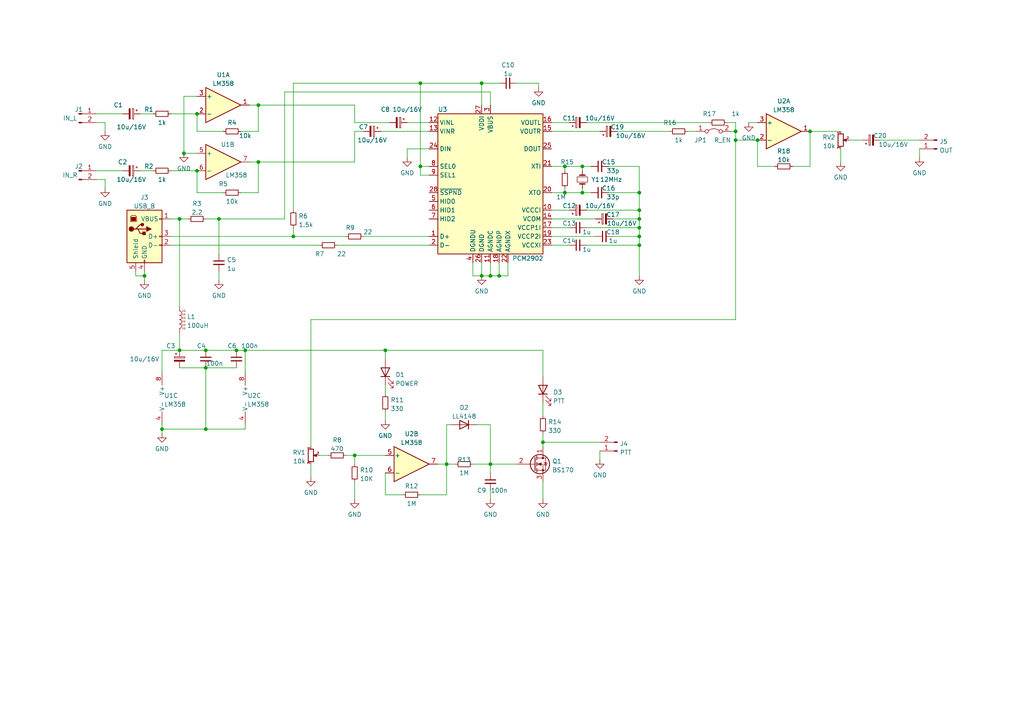
<source format=kicad_sch>
(kicad_sch (version 20211123) (generator eeschema)
  (paper "A4")
  (lib_symbols
    (symbol "Amplifier_Operational:LM358" (pin_names (offset 0.127))
      (property "Reference" "U" (at 0 5.08 0))
      (property "Value" "LM358" (at 0 -5.08 0))
      (symbol "LM358_1_1"
        (polyline (pts (xy -5.08 5.08) (xy 5.08 0) (xy -5.08 -5.08) (xy -5.08 5.08)) (stroke (width 0.254)) (fill (type background)))
        (pin output line (at 7.62 0 180) (length 2.54) (name "~") (number "1"))
        (pin input line (at -7.62 -2.54 0) (length 2.54) (name "-") (number "2"))
        (pin input line (at -7.62 2.54 0) (length 2.54) (name "+") (number "3"))
      )
      (symbol "LM358_2_1"
        (polyline (pts (xy -5.08 5.08) (xy 5.08 0) (xy -5.08 -5.08) (xy -5.08 5.08)) (stroke (width 0.254)) (fill (type background)))
        (pin input line (at -7.62 2.54 0) (length 2.54) (name "+") (number "5"))
        (pin input line (at -7.62 -2.54 0) (length 2.54) (name "-") (number "6"))
        (pin output line (at 7.62 0 180) (length 2.54) (name "~") (number "7"))
      )
      (symbol "LM358_3_1"
        (pin power_in line (at -2.54 -7.62 90) (length 3.81) (name "V-") (number "4"))
        (pin power_in line (at -2.54 7.62 270) (length 3.81) (name "V+") (number "8"))
      )
    )
    (symbol "Audio:PCM2902"
      (property "Reference" "U" (at -14.732 21.59 0))
      (property "Value" "PCM2902" (at 10.922 21.59 0))
      (symbol "PCM2902_0_1"
        (rectangle (start -15.24 20.32) (end 15.24 -20.32) (stroke (width 0.254)) (fill (type background)))
      )
      (symbol "PCM2902_1_1"
        (pin bidirectional line (at -17.78 -15.24 0) (length 2.54) (name "D+") (number "1"))
        (pin passive line (at 17.78 -7.62 180) (length 2.54) (name "VCCCI") (number "10"))
        (pin power_in line (at 0 -22.86 90) (length 2.54) (name "AGNDC") (number "11"))
        (pin input line (at -17.78 17.78 0) (length 2.54) (name "VINL") (number "12"))
        (pin input line (at -17.78 15.24 0) (length 2.54) (name "VINR") (number "13"))
        (pin passive line (at 17.78 -10.16 180) (length 2.54) (name "VCOM") (number "14"))
        (pin output line (at 17.78 15.24 180) (length 2.54) (name "VOUTR") (number "15"))
        (pin output line (at 17.78 17.78 180) (length 2.54) (name "VOUTL") (number "16"))
        (pin passive line (at 17.78 -12.7 180) (length 2.54) (name "VCCP1I") (number "17"))
        (pin power_in line (at 2.54 -22.86 90) (length 2.54) (name "AGNDP") (number "18"))
        (pin passive line (at 17.78 -15.24 180) (length 2.54) (name "VCCP2I") (number "19"))
        (pin bidirectional line (at -17.78 -17.78 0) (length 2.54) (name "D-") (number "2"))
        (pin output line (at 17.78 -2.54 180) (length 2.54) (name "XTO") (number "20"))
        (pin input line (at 17.78 5.08 180) (length 2.54) (name "XTI") (number "21"))
        (pin power_in line (at 5.08 -22.86 90) (length 2.54) (name "AGNDX") (number "22"))
        (pin passive line (at 17.78 -17.78 180) (length 2.54) (name "VCCXI") (number "23"))
        (pin input line (at -17.78 10.16 0) (length 2.54) (name "DIN") (number "24"))
        (pin output line (at 17.78 10.16 180) (length 2.54) (name "DOUT") (number "25"))
        (pin power_in line (at -2.54 -22.86 90) (length 2.54) (name "DGND") (number "26"))
        (pin power_out line (at -2.54 22.86 270) (length 2.54) (name "VDDI") (number "27"))
        (pin output line (at -17.78 -2.54 0) (length 2.54) (name "~{SSPND}") (number "28"))
        (pin power_in line (at 0 22.86 270) (length 2.54) (name "VBUS") (number "3"))
        (pin power_in line (at -5.08 -22.86 90) (length 2.54) (name "DGNDU") (number "4"))
        (pin input line (at -17.78 -5.08 0) (length 2.54) (name "HID0") (number "5"))
        (pin input line (at -17.78 -7.62 0) (length 2.54) (name "HID1") (number "6"))
        (pin input line (at -17.78 -10.16 0) (length 2.54) (name "HID2") (number "7"))
        (pin input line (at -17.78 5.08 0) (length 2.54) (name "SEL0") (number "8"))
        (pin input line (at -17.78 2.54 0) (length 2.54) (name "SEL1") (number "9"))
      )
    )
    (symbol "Connector:Conn_01x02_Male" (pin_names (offset 1.016) hide)
      (property "Reference" "J" (at 0 2.54 0))
      (property "Value" "Conn_01x02_Male" (at 0 -5.08 0))
      (symbol "Conn_01x02_Male_1_1"
        (polyline (pts (xy 1.27 -2.54) (xy 0.8636 -2.54)) (stroke (width 0.1524)))
        (polyline (pts (xy 1.27 0) (xy 0.8636 0)) (stroke (width 0.1524)))
        (rectangle (start 0.8636 -2.413) (end 0 -2.667) (stroke (width 0.1524)) (fill (type outline)))
        (rectangle (start 0.8636 0.127) (end 0 -0.127) (stroke (width 0.1524)) (fill (type outline)))
        (pin passive line (at 5.08 0 180) (length 3.81) (name "Pin_1") (number "1"))
        (pin passive line (at 5.08 -2.54 180) (length 3.81) (name "Pin_2") (number "2"))
      )
    )
    (symbol "Connector:USB_B" (pin_names (offset 1.016))
      (property "Reference" "J" (at -5.08 11.43 0))
      (property "Value" "USB_B" (at -5.08 8.89 0))
      (symbol "USB_B_0_1"
        (rectangle (start -5.08 -7.62) (end 5.08 7.62) (stroke (width 0.254)) (fill (type background)))
        (circle (center -3.81 2.159) (radius 0.635) (stroke (width 0.254)) (fill (type outline)))
        (rectangle (start -3.81 5.588) (end -2.54 4.572) (fill (type outline)))
        (circle (center -0.635 3.429) (radius 0.381) (stroke (width 0.254)) (fill (type outline)))
        (rectangle (start -0.127 -7.62) (end 0.127 -6.858))
        (polyline (pts (xy -1.905 2.159) (xy 0.635 2.159)) (stroke (width 0.254)))
        (polyline (pts (xy -3.175 2.159) (xy -2.54 2.159) (xy -1.27 3.429) (xy -0.635 3.429)) (stroke (width 0.254)))
        (polyline (pts (xy -2.54 2.159) (xy -1.905 2.159) (xy -1.27 0.889) (xy 0 0.889)) (stroke (width 0.254)))
        (polyline (pts (xy 0.635 2.794) (xy 0.635 1.524) (xy 1.905 2.159) (xy 0.635 2.794)) (stroke (width 0.254)) (fill (type outline)))
        (polyline (pts (xy -4.064 4.318) (xy -2.286 4.318) (xy -2.286 5.715) (xy -2.667 6.096) (xy -3.683 6.096) (xy -4.064 5.715) (xy -4.064 4.318)))
        (rectangle (start 0.254 1.27) (end -0.508 0.508) (stroke (width 0.254)) (fill (type outline)))
        (rectangle (start 5.08 -2.667) (end 4.318 -2.413))
        (rectangle (start 5.08 -0.127) (end 4.318 0.127))
        (rectangle (start 5.08 4.953) (end 4.318 5.207))
      )
      (symbol "USB_B_1_1"
        (pin power_out line (at 7.62 5.08 180) (length 2.54) (name "VBUS") (number "1"))
        (pin bidirectional line (at 7.62 -2.54 180) (length 2.54) (name "D-") (number "2"))
        (pin bidirectional line (at 7.62 0 180) (length 2.54) (name "D+") (number "3"))
        (pin power_out line (at 0 -10.16 90) (length 2.54) (name "GND") (number "4"))
        (pin passive line (at -2.54 -10.16 90) (length 2.54) (name "Shield") (number "5"))
      )
    )
    (symbol "Device:C_Polarized_Small" (pin_numbers hide) (pin_names (offset 0.254) hide)
      (property "Reference" "C" (at 0.254 1.778 0))
      (property "Value" "C_Polarized_Small" (at 0.254 -2.032 0))
      (symbol "C_Polarized_Small_0_1"
        (rectangle (start -1.524 -0.3048) (end 1.524 -0.6858) (fill (type outline)))
        (rectangle (start -1.524 0.6858) (end 1.524 0.3048))
        (polyline (pts (xy -1.27 1.524) (xy -0.762 1.524)))
        (polyline (pts (xy -1.016 1.27) (xy -1.016 1.778)))
      )
      (symbol "C_Polarized_Small_1_1"
        (pin passive line (at 0 2.54 270) (length 1.8542) (name "~") (number "1"))
        (pin passive line (at 0 -2.54 90) (length 1.8542) (name "~") (number "2"))
      )
    )
    (symbol "Device:C_Small" (pin_numbers hide) (pin_names (offset 0.254) hide)
      (property "Reference" "C" (at 0.254 1.778 0))
      (property "Value" "C_Small" (at 0.254 -2.032 0))
      (symbol "C_Small_0_1"
        (polyline (pts (xy -1.524 -0.508) (xy 1.524 -0.508)) (stroke (width 0.3302)))
        (polyline (pts (xy -1.524 0.508) (xy 1.524 0.508)) (stroke (width 0.3048)))
      )
      (symbol "C_Small_1_1"
        (pin passive line (at 0 2.54 270) (length 2.032) (name "~") (number "1"))
        (pin passive line (at 0 -2.54 90) (length 2.032) (name "~") (number "2"))
      )
    )
    (symbol "Device:Crystal_Small" (pin_numbers hide) (pin_names (offset 1.016) hide)
      (property "Reference" "Y" (at 0 2.54 0))
      (property "Value" "Crystal_Small" (at 0 -2.54 0))
      (symbol "Crystal_Small_0_1"
        (rectangle (start -0.762 -1.524) (end 0.762 1.524))
        (polyline (pts (xy -1.27 -0.762) (xy -1.27 0.762)) (stroke (width 0.381)))
        (polyline (pts (xy 1.27 -0.762) (xy 1.27 0.762)) (stroke (width 0.381)))
      )
      (symbol "Crystal_Small_1_1"
        (pin passive line (at -2.54 0 0) (length 1.27) (name "1") (number "1"))
        (pin passive line (at 2.54 0 180) (length 1.27) (name "2") (number "2"))
      )
    )
    (symbol "Device:LED" (pin_numbers hide) (pin_names (offset 1.016) hide)
      (property "Reference" "D" (at 0 2.54 0))
      (property "Value" "LED" (at 0 -2.54 0))
      (symbol "LED_0_1"
        (polyline (pts (xy -1.27 -1.27) (xy -1.27 1.27)) (stroke (width 0.254)))
        (polyline (pts (xy -1.27 0) (xy 1.27 0)))
        (polyline (pts (xy 1.27 -1.27) (xy 1.27 1.27) (xy -1.27 0) (xy 1.27 -1.27)) (stroke (width 0.254)))
        (polyline (pts (xy -3.048 -0.762) (xy -4.572 -2.286) (xy -3.81 -2.286) (xy -4.572 -2.286) (xy -4.572 -1.524)))
        (polyline (pts (xy -1.778 -0.762) (xy -3.302 -2.286) (xy -2.54 -2.286) (xy -3.302 -2.286) (xy -3.302 -1.524)))
      )
      (symbol "LED_1_1"
        (pin passive line (at -3.81 0 0) (length 2.54) (name "K") (number "1"))
        (pin passive line (at 3.81 0 180) (length 2.54) (name "A") (number "2"))
      )
    )
    (symbol "Device:L_Ferrite" (pin_numbers hide) (pin_names (offset 1.016) hide)
      (property "Reference" "L" (at -1.27 0 90))
      (property "Value" "L_Ferrite" (at 2.794 0 90))
      (symbol "L_Ferrite_0_1"
        (arc (start 0 -2.54) (mid 0.635 -1.905) (end 0 -1.27))
        (arc (start 0 -1.27) (mid 0.635 -0.635) (end 0 0))
        (polyline (pts (xy 1.016 -2.794) (xy 1.016 -2.286)))
        (polyline (pts (xy 1.016 -1.778) (xy 1.016 -1.27)))
        (polyline (pts (xy 1.016 -0.762) (xy 1.016 -0.254)))
        (polyline (pts (xy 1.016 0.254) (xy 1.016 0.762)))
        (polyline (pts (xy 1.016 1.27) (xy 1.016 1.778)))
        (polyline (pts (xy 1.016 2.286) (xy 1.016 2.794)))
        (polyline (pts (xy 1.524 -2.286) (xy 1.524 -2.794)))
        (polyline (pts (xy 1.524 -1.27) (xy 1.524 -1.778)))
        (polyline (pts (xy 1.524 -0.254) (xy 1.524 -0.762)))
        (polyline (pts (xy 1.524 0.762) (xy 1.524 0.254)))
        (polyline (pts (xy 1.524 1.778) (xy 1.524 1.27)))
        (polyline (pts (xy 1.524 2.794) (xy 1.524 2.286)))
        (arc (start 0 0) (mid 0.635 0.635) (end 0 1.27))
        (arc (start 0 1.27) (mid 0.635 1.905) (end 0 2.54))
      )
      (symbol "L_Ferrite_1_1"
        (pin passive line (at 0 3.81 270) (length 1.27) (name "1") (number "1"))
        (pin passive line (at 0 -3.81 90) (length 1.27) (name "2") (number "2"))
      )
    )
    (symbol "Device:R_Potentiometer_Small" (pin_names (offset 1.016) hide)
      (property "Reference" "RV" (at -4.445 0 90))
      (property "Value" "R_Potentiometer_Small" (at -2.54 0 90))
      (symbol "R_Potentiometer_Small_0_1"
        (polyline (pts (xy 0.889 0) (xy 0.635 0) (xy 1.651 0.381) (xy 1.651 -0.381) (xy 0.635 0) (xy 0.889 0)) (fill (type outline)))
        (rectangle (start 0.762 1.8034) (end -0.762 -1.8034) (stroke (width 0.254)))
      )
      (symbol "R_Potentiometer_Small_1_1"
        (pin passive line (at 0 2.54 270) (length 0.635) (name "1") (number "1"))
        (pin passive line (at 2.54 0 180) (length 0.9906) (name "2") (number "2"))
        (pin passive line (at 0 -2.54 90) (length 0.635) (name "3") (number "3"))
      )
    )
    (symbol "Device:R_Small" (pin_numbers hide) (pin_names (offset 0.254) hide)
      (property "Reference" "R" (at 0.762 0.508 0))
      (property "Value" "R_Small" (at 0.762 -1.016 0))
      (symbol "R_Small_0_1"
        (rectangle (start -0.762 1.778) (end 0.762 -1.778) (stroke (width 0.2032)))
      )
      (symbol "R_Small_1_1"
        (pin passive line (at 0 2.54 270) (length 0.762) (name "~") (number "1"))
        (pin passive line (at 0 -2.54 90) (length 0.762) (name "~") (number "2"))
      )
    )
    (symbol "Diode:LL4148" (pin_numbers hide) (pin_names (offset 1.016) hide)
      (property "Reference" "D" (at 0 2.54 0))
      (property "Value" "LL4148" (at 0 -2.54 0))
      (symbol "LL4148_0_1"
        (polyline (pts (xy -1.27 1.27) (xy -1.27 -1.27)) (stroke (width 0.254)))
        (polyline (pts (xy 1.27 0) (xy -1.27 0)))
        (polyline (pts (xy 1.27 1.27) (xy 1.27 -1.27) (xy -1.27 0) (xy 1.27 1.27)) (stroke (width 0.254)))
      )
      (symbol "LL4148_1_1"
        (pin passive line (at -3.81 0 0) (length 2.54) (name "K") (number "1"))
        (pin passive line (at 3.81 0 180) (length 2.54) (name "A") (number "2"))
      )
    )
    (symbol "Jumper:Jumper_2_Bridged" (pin_names (offset 0) hide)
      (property "Reference" "JP" (at 0 1.905 0))
      (property "Value" "Jumper_2_Bridged" (at 0 -2.54 0))
      (symbol "Jumper_2_Bridged_0_0"
        (circle (center -2.032 0) (radius 0.508))
        (circle (center 2.032 0) (radius 0.508))
      )
      (symbol "Jumper_2_Bridged_0_1"
        (arc (start 1.524 0.254) (mid 0 0.762) (end -1.524 0.254))
      )
      (symbol "Jumper_2_Bridged_1_1"
        (pin passive line (at -5.08 0 0) (length 2.54) (name "A") (number "1"))
        (pin passive line (at 5.08 0 180) (length 2.54) (name "B") (number "2"))
      )
    )
    (symbol "Transistor_FET:BS170" (pin_names hide)
      (property "Reference" "Q" (at 5.08 1.905 0))
      (property "Value" "BS170" (at 5.08 0 0))
      (symbol "BS170_0_1"
        (polyline (pts (xy 0.254 0) (xy -2.54 0)))
        (polyline (pts (xy 0.254 1.905) (xy 0.254 -1.905)) (stroke (width 0.254)))
        (polyline (pts (xy 0.762 -1.27) (xy 0.762 -2.286)) (stroke (width 0.254)))
        (polyline (pts (xy 0.762 0.508) (xy 0.762 -0.508)) (stroke (width 0.254)))
        (polyline (pts (xy 0.762 2.286) (xy 0.762 1.27)) (stroke (width 0.254)))
        (polyline (pts (xy 2.54 2.54) (xy 2.54 1.778)))
        (polyline (pts (xy 2.54 -2.54) (xy 2.54 0) (xy 0.762 0)))
        (polyline (pts (xy 0.762 -1.778) (xy 3.302 -1.778) (xy 3.302 1.778) (xy 0.762 1.778)))
        (polyline (pts (xy 1.016 0) (xy 2.032 0.381) (xy 2.032 -0.381) (xy 1.016 0)) (fill (type outline)))
        (polyline (pts (xy 2.794 0.508) (xy 2.921 0.381) (xy 3.683 0.381) (xy 3.81 0.254)))
        (polyline (pts (xy 3.302 0.381) (xy 2.921 -0.254) (xy 3.683 -0.254) (xy 3.302 0.381)))
        (circle (center 1.651 0) (radius 2.794) (stroke (width 0.254)))
        (circle (center 2.54 -1.778) (radius 0.254) (fill (type outline)))
        (circle (center 2.54 1.778) (radius 0.254) (fill (type outline)))
      )
      (symbol "BS170_1_1"
        (pin passive line (at 2.54 5.08 270) (length 2.54) (name "D") (number "1"))
        (pin input line (at -5.08 0 0) (length 2.54) (name "G") (number "2"))
        (pin passive line (at 2.54 -5.08 90) (length 2.54) (name "S") (number "3"))
      )
    )
    (symbol "power:GND" (power) (pin_names (offset 0))
      (property "Value" "GND" (at 0 -3.81 0))
      (symbol "GND_0_1"
        (polyline (pts (xy 0 0) (xy 0 -1.27) (xy 1.27 -1.27) (xy 0 -2.54) (xy -1.27 -1.27) (xy 0 -1.27)))
      )
      (symbol "GND_1_1"
        (pin power_in line (at 0 0 270) (length 0) hide (name "GND") (number "1"))
      )
    )
  )
  (junction (at 121.92 24.13))
  (junction (at 157.48 128.27))
  (junction (at 59.69 106.68))
  (junction (at 213.36 38.1))
  (junction (at 185.42 71.12))
  (junction (at 142.24 134.62))
  (junction (at 52.07 63.5))
  (junction (at 102.87 132.08))
  (junction (at 142.24 80.01))
  (junction (at 74.93 30.48))
  (junction (at 185.42 55.88))
  (junction (at 168.91 48.26))
  (junction (at 85.09 68.58))
  (junction (at 52.07 101.6))
  (junction (at 185.42 66.04))
  (junction (at 185.42 60.96))
  (junction (at 41.91 80.01))
  (junction (at 46.99 124.46))
  (junction (at 57.15 33.02))
  (junction (at 53.34 44.45))
  (junction (at 139.7 24.13))
  (junction (at 219.71 40.64))
  (junction (at 111.76 101.6))
  (junction (at 213.36 40.64))
  (junction (at 57.15 49.53))
  (junction (at 139.7 80.01))
  (junction (at 144.78 80.01))
  (junction (at 234.95 38.1))
  (junction (at 121.92 48.26))
  (junction (at 163.83 48.26))
  (junction (at 163.83 55.88))
  (junction (at 74.93 46.99))
  (junction (at 63.5 63.5))
  (junction (at 185.42 68.58))
  (junction (at 185.42 63.5))
  (junction (at 71.12 101.6))
  (junction (at 59.69 101.6))
  (junction (at 129.54 134.62))
  (junction (at 68.58 101.6))
  (junction (at 59.69 124.46))
  (junction (at 168.91 55.88))
  (wire (pts (xy 139.7 24.13) (xy 121.92 24.13)))
  (wire (pts (xy 127 134.62) (xy 129.54 134.62)))
  (wire (pts (xy 111.76 111.76) (xy 111.76 114.3)))
  (wire (pts (xy 139.7 76.2) (xy 139.7 80.01)))
  (wire (pts (xy 82.55 26.67) (xy 82.55 63.5)))
  (wire (pts (xy 213.36 38.1) (xy 213.36 40.64)))
  (wire (pts (xy 85.09 24.13) (xy 85.09 60.96)))
  (wire (pts (xy 157.48 128.27) (xy 157.48 129.54)))
  (wire (pts (xy 177.8 68.58) (xy 185.42 68.58)))
  (wire (pts (xy 27.94 33.02) (xy 35.56 33.02)))
  (wire (pts (xy 53.34 44.45) (xy 57.15 44.45)))
  (wire (pts (xy 100.33 132.08) (xy 102.87 132.08)))
  (wire (pts (xy 59.69 124.46) (xy 46.99 124.46)))
  (wire (pts (xy 137.16 80.01) (xy 139.7 80.01)))
  (wire (pts (xy 57.15 27.94) (xy 53.34 27.94)))
  (wire (pts (xy 41.91 78.74) (xy 41.91 80.01)))
  (wire (pts (xy 111.76 101.6) (xy 71.12 101.6)))
  (wire (pts (xy 168.91 54.61) (xy 168.91 55.88)))
  (wire (pts (xy 92.71 132.08) (xy 95.25 132.08)))
  (wire (pts (xy 219.71 48.26) (xy 224.79 48.26)))
  (wire (pts (xy 27.94 35.56) (xy 30.48 35.56)))
  (wire (pts (xy 49.53 49.53) (xy 57.15 49.53)))
  (wire (pts (xy 144.78 76.2) (xy 144.78 80.01)))
  (wire (pts (xy 160.02 35.56) (xy 165.1 35.56)))
  (wire (pts (xy 137.16 76.2) (xy 137.16 80.01)))
  (wire (pts (xy 234.95 48.26) (xy 229.87 48.26)))
  (wire (pts (xy 59.69 106.68) (xy 68.58 106.68)))
  (wire (pts (xy 111.76 119.38) (xy 111.76 121.92)))
  (wire (pts (xy 160.02 55.88) (xy 163.83 55.88)))
  (wire (pts (xy 71.12 123.19) (xy 71.12 124.46)))
  (wire (pts (xy 52.07 106.68) (xy 59.69 106.68)))
  (wire (pts (xy 185.42 48.26) (xy 185.42 55.88)))
  (wire (pts (xy 212.09 38.1) (xy 213.36 38.1)))
  (wire (pts (xy 105.41 38.1) (xy 102.87 38.1)))
  (wire (pts (xy 213.36 35.56) (xy 213.36 38.1)))
  (wire (pts (xy 46.99 124.46) (xy 46.99 125.73)))
  (wire (pts (xy 157.48 116.84) (xy 157.48 120.65)))
  (wire (pts (xy 102.87 46.99) (xy 74.93 46.99)))
  (wire (pts (xy 102.87 35.56) (xy 113.03 35.56)))
  (wire (pts (xy 102.87 30.48) (xy 102.87 35.56)))
  (wire (pts (xy 121.92 48.26) (xy 121.92 24.13)))
  (wire (pts (xy 49.53 33.02) (xy 57.15 33.02)))
  (wire (pts (xy 74.93 30.48) (xy 102.87 30.48)))
  (wire (pts (xy 39.37 78.74) (xy 39.37 80.01)))
  (wire (pts (xy 63.5 63.5) (xy 63.5 73.66)))
  (wire (pts (xy 147.32 76.2) (xy 147.32 80.01)))
  (wire (pts (xy 72.39 30.48) (xy 74.93 30.48)))
  (wire (pts (xy 121.92 48.26) (xy 124.46 48.26)))
  (wire (pts (xy 163.83 48.26) (xy 163.83 49.53)))
  (wire (pts (xy 129.54 143.51) (xy 129.54 134.62)))
  (wire (pts (xy 219.71 40.64) (xy 219.71 48.26)))
  (wire (pts (xy 71.12 107.95) (xy 71.12 101.6)))
  (wire (pts (xy 129.54 134.62) (xy 132.08 134.62)))
  (wire (pts (xy 163.83 48.26) (xy 168.91 48.26)))
  (wire (pts (xy 111.76 101.6) (xy 111.76 104.14)))
  (wire (pts (xy 118.11 35.56) (xy 124.46 35.56)))
  (wire (pts (xy 147.32 80.01) (xy 144.78 80.01)))
  (wire (pts (xy 59.69 106.68) (xy 59.69 124.46)))
  (wire (pts (xy 49.53 71.12) (xy 92.71 71.12)))
  (wire (pts (xy 176.53 48.26) (xy 185.42 48.26)))
  (wire (pts (xy 110.49 38.1) (xy 124.46 38.1)))
  (wire (pts (xy 142.24 142.24) (xy 142.24 144.78)))
  (wire (pts (xy 82.55 63.5) (xy 63.5 63.5)))
  (wire (pts (xy 142.24 26.67) (xy 82.55 26.67)))
  (wire (pts (xy 71.12 124.46) (xy 59.69 124.46)))
  (wire (pts (xy 63.5 63.5) (xy 59.69 63.5)))
  (wire (pts (xy 160.02 63.5) (xy 172.72 63.5)))
  (wire (pts (xy 234.95 38.1) (xy 234.95 48.26)))
  (wire (pts (xy 266.7 43.18) (xy 266.7 45.72)))
  (wire (pts (xy 157.48 101.6) (xy 111.76 101.6)))
  (wire (pts (xy 185.42 68.58) (xy 185.42 71.12)))
  (wire (pts (xy 185.42 63.5) (xy 185.42 66.04)))
  (wire (pts (xy 213.36 40.64) (xy 219.71 40.64)))
  (wire (pts (xy 90.17 92.71) (xy 213.36 92.71)))
  (wire (pts (xy 176.53 55.88) (xy 185.42 55.88)))
  (wire (pts (xy 142.24 30.48) (xy 142.24 26.67)))
  (wire (pts (xy 185.42 60.96) (xy 185.42 63.5)))
  (wire (pts (xy 142.24 123.19) (xy 142.24 134.62)))
  (wire (pts (xy 105.41 68.58) (xy 124.46 68.58)))
  (wire (pts (xy 157.48 109.22) (xy 157.48 101.6)))
  (wire (pts (xy 168.91 48.26) (xy 171.45 48.26)))
  (wire (pts (xy 142.24 134.62) (xy 149.86 134.62)))
  (wire (pts (xy 97.79 71.12) (xy 124.46 71.12)))
  (wire (pts (xy 130.81 123.19) (xy 129.54 123.19)))
  (wire (pts (xy 52.07 101.6) (xy 59.69 101.6)))
  (wire (pts (xy 144.78 80.01) (xy 142.24 80.01)))
  (wire (pts (xy 74.93 55.88) (xy 74.93 46.99)))
  (wire (pts (xy 160.02 71.12) (xy 165.1 71.12)))
  (wire (pts (xy 142.24 76.2) (xy 142.24 80.01)))
  (wire (pts (xy 255.27 40.64) (xy 266.7 40.64)))
  (wire (pts (xy 111.76 143.51) (xy 111.76 137.16)))
  (wire (pts (xy 57.15 55.88) (xy 57.15 49.53)))
  (wire (pts (xy 74.93 46.99) (xy 72.39 46.99)))
  (wire (pts (xy 243.84 43.18) (xy 243.84 46.99)))
  (wire (pts (xy 246.38 40.64) (xy 250.19 40.64)))
  (wire (pts (xy 74.93 38.1) (xy 74.93 30.48)))
  (wire (pts (xy 52.07 96.52) (xy 52.07 101.6)))
  (wire (pts (xy 85.09 68.58) (xy 100.33 68.58)))
  (wire (pts (xy 118.11 43.18) (xy 118.11 45.72)))
  (wire (pts (xy 185.42 55.88) (xy 185.42 60.96)))
  (wire (pts (xy 210.82 35.56) (xy 213.36 35.56)))
  (wire (pts (xy 170.18 35.56) (xy 205.74 35.56)))
  (wire (pts (xy 102.87 132.08) (xy 111.76 132.08)))
  (wire (pts (xy 170.18 71.12) (xy 185.42 71.12)))
  (wire (pts (xy 163.83 54.61) (xy 163.83 55.88)))
  (wire (pts (xy 40.64 49.53) (xy 44.45 49.53)))
  (wire (pts (xy 234.95 38.1) (xy 243.84 38.1)))
  (wire (pts (xy 157.48 125.73) (xy 157.48 128.27)))
  (wire (pts (xy 30.48 52.07) (xy 30.48 54.61)))
  (wire (pts (xy 71.12 101.6) (xy 68.58 101.6)))
  (wire (pts (xy 156.21 24.13) (xy 156.21 25.4)))
  (wire (pts (xy 52.07 63.5) (xy 52.07 88.9)))
  (wire (pts (xy 142.24 80.01) (xy 139.7 80.01)))
  (wire (pts (xy 185.42 66.04) (xy 185.42 68.58)))
  (wire (pts (xy 170.18 66.04) (xy 185.42 66.04)))
  (wire (pts (xy 168.91 55.88) (xy 171.45 55.88)))
  (wire (pts (xy 129.54 123.19) (xy 129.54 134.62)))
  (wire (pts (xy 53.34 27.94) (xy 53.34 44.45)))
  (wire (pts (xy 199.39 38.1) (xy 201.93 38.1)))
  (wire (pts (xy 64.77 55.88) (xy 57.15 55.88)))
  (wire (pts (xy 41.91 80.01) (xy 41.91 81.28)))
  (wire (pts (xy 138.43 123.19) (xy 142.24 123.19)))
  (wire (pts (xy 157.48 139.7) (xy 157.48 144.78)))
  (wire (pts (xy 27.94 52.07) (xy 30.48 52.07)))
  (wire (pts (xy 121.92 50.8) (xy 121.92 48.26)))
  (wire (pts (xy 102.87 139.7) (xy 102.87 144.78)))
  (wire (pts (xy 39.37 80.01) (xy 41.91 80.01)))
  (wire (pts (xy 217.17 35.56) (xy 219.71 35.56)))
  (wire (pts (xy 52.07 63.5) (xy 54.61 63.5)))
  (wire (pts (xy 90.17 129.54) (xy 90.17 92.71)))
  (wire (pts (xy 160.02 38.1) (xy 173.99 38.1)))
  (wire (pts (xy 40.64 33.02) (xy 44.45 33.02)))
  (wire (pts (xy 179.07 38.1) (xy 194.31 38.1)))
  (wire (pts (xy 185.42 71.12) (xy 185.42 80.01)))
  (wire (pts (xy 149.86 24.13) (xy 156.21 24.13)))
  (wire (pts (xy 30.48 35.56) (xy 30.48 38.1)))
  (wire (pts (xy 102.87 132.08) (xy 102.87 134.62)))
  (wire (pts (xy 142.24 134.62) (xy 142.24 137.16)))
  (wire (pts (xy 170.18 60.96) (xy 185.42 60.96)))
  (wire (pts (xy 160.02 48.26) (xy 163.83 48.26)))
  (wire (pts (xy 177.8 63.5) (xy 185.42 63.5)))
  (wire (pts (xy 63.5 78.74) (xy 63.5 81.28)))
  (wire (pts (xy 52.07 101.6) (xy 46.99 101.6)))
  (wire (pts (xy 57.15 38.1) (xy 57.15 33.02)))
  (wire (pts (xy 160.02 66.04) (xy 165.1 66.04)))
  (wire (pts (xy 137.16 134.62) (xy 142.24 134.62)))
  (wire (pts (xy 46.99 101.6) (xy 46.99 107.95)))
  (wire (pts (xy 168.91 48.26) (xy 168.91 49.53)))
  (wire (pts (xy 90.17 134.62) (xy 90.17 138.43)))
  (wire (pts (xy 157.48 128.27) (xy 173.99 128.27)))
  (wire (pts (xy 102.87 38.1) (xy 102.87 46.99)))
  (wire (pts (xy 85.09 66.04) (xy 85.09 68.58)))
  (wire (pts (xy 116.84 143.51) (xy 111.76 143.51)))
  (wire (pts (xy 163.83 55.88) (xy 168.91 55.88)))
  (wire (pts (xy 124.46 50.8) (xy 121.92 50.8)))
  (wire (pts (xy 46.99 123.19) (xy 46.99 124.46)))
  (wire (pts (xy 124.46 43.18) (xy 118.11 43.18)))
  (wire (pts (xy 69.85 55.88) (xy 74.93 55.88)))
  (wire (pts (xy 68.58 101.6) (xy 59.69 101.6)))
  (wire (pts (xy 27.94 49.53) (xy 35.56 49.53)))
  (wire (pts (xy 173.99 130.81) (xy 173.99 133.35)))
  (wire (pts (xy 49.53 63.5) (xy 52.07 63.5)))
  (wire (pts (xy 160.02 68.58) (xy 172.72 68.58)))
  (wire (pts (xy 160.02 60.96) (xy 165.1 60.96)))
  (wire (pts (xy 139.7 30.48) (xy 139.7 24.13)))
  (wire (pts (xy 49.53 68.58) (xy 85.09 68.58)))
  (wire (pts (xy 139.7 24.13) (xy 144.78 24.13)))
  (wire (pts (xy 213.36 92.71) (xy 213.36 40.64)))
  (wire (pts (xy 64.77 38.1) (xy 57.15 38.1)))
  (wire (pts (xy 121.92 143.51) (xy 129.54 143.51)))
  (wire (pts (xy 69.85 38.1) (xy 74.93 38.1)))
  (wire (pts (xy 121.92 24.13) (xy 85.09 24.13)))
  (symbol (lib_id "power:GND") (at 118.11 45.72 0) (unit 1)
    (property "Reference" "#PWR010" (effects hide))
    (property "Value" "GND" (at 118.11 50.1634 0))
  )
  (symbol (lib_id "Device:C_Polarized_Small") (at 252.73 40.64 90) (unit 1)
    (property "Reference" "C20" (at 255.27 39.37 90))
    (property "Value" "10u/16V" (at 259.08 41.91 90))
    (property "Footprint" "Capacitor_THT:CP_Radial_D5.0mm_P2.50mm" (effects hide))
  )
  (symbol (lib_id "Device:R_Small") (at 163.83 52.07 0) (unit 1)
    (property "Reference" "R15" (at 162.56 46.99 0) (effects (justify left)))
    (property "Value" "1M" (at 161.29 57.15 0) (effects (justify left)))
    (property "Footprint" "Resistor_SMD:R_0805_2012Metric_Pad1.20x1.40mm_HandSolder" (effects hide))
  )
  (symbol (lib_id "Device:C_Polarized_Small") (at 38.1 33.02 270) (unit 1)
    (property "Reference" "C1" (at 34.29 30.48 90))
    (property "Value" "10u/16V" (at 38.1 36.83 90))
    (property "Footprint" "Capacitor_THT:CP_Radial_D5.0mm_P2.50mm" (effects hide))
  )
  (symbol (lib_id "Transistor_FET:BS170") (at 154.94 134.62 0) (unit 1)
    (property "Reference" "Q1" (at 160.147 133.7853 0) (effects (justify left)))
    (property "Value" "BS170" (at 160.147 136.3222 0) (effects (justify left)))
    (property "Footprint" "Package_TO_SOT_THT:TO-92_Inline" (effects hide))
    (property "Datasheet" "https://www.onsemi.com/pub/Collateral/BS170-D.PDF" (effects hide))
  )
  (symbol (lib_id "Device:C_Small") (at 173.99 48.26 90) (unit 1)
    (property "Reference" "C15" (at 176.53 46.99 90))
    (property "Value" "33p" (at 177.8 49.53 90))
    (property "Footprint" "Resistor_SMD:R_0805_2012Metric_Pad1.20x1.40mm_HandSolder" (effects hide))
  )
  (symbol (lib_id "Device:R_Small") (at 46.99 33.02 90) (unit 1)
    (property "Reference" "R1" (at 43.18 31.75 90))
    (property "Value" "1k" (at 46.99 35.56 90))
    (property "Footprint" "Resistor_SMD:R_0805_2012Metric_Pad1.20x1.40mm_HandSolder" (effects hide))
  )
  (symbol (lib_id "power:GND") (at 102.87 144.78 0) (unit 1)
    (property "Reference" "#PWR08" (effects hide))
    (property "Value" "GND" (at 102.87 149.2234 0))
  )
  (symbol (lib_id "Amplifier_Operational:LM358") (at 119.38 134.62 0) (unit 2)
    (property "Reference" "U2" (at 119.38 125.8402 0))
    (property "Value" "LM358" (at 119.38 128.3771 0))
    (property "Footprint" "Package_SO:SO-8_3.9x4.9mm_P1.27mm" (effects hide))
    (property "Datasheet" "http://www.ti.com/lit/ds/symlink/lm2904-n.pdf" (effects hide))
  )
  (symbol (lib_id "power:GND") (at 90.17 138.43 0) (unit 1)
    (property "Reference" "#PWR07" (effects hide))
    (property "Value" "GND" (at 90.17 142.8734 0))
  )
  (symbol (lib_id "Device:R_Potentiometer_Small") (at 243.84 40.64 0) (unit 1)
    (property "Reference" "RV2" (at 242.3161 39.8053 0) (effects (justify right)))
    (property "Value" "10k" (at 242.3161 42.3422 0) (effects (justify right)))
    (property "Footprint" "Connector_PinHeader_2.54mm:PinHeader_1x03_P2.54mm_Vertical" (effects hide))
  )
  (symbol (lib_id "Device:C_Small") (at 173.99 55.88 90) (unit 1)
    (property "Reference" "C16" (at 176.53 54.61 90))
    (property "Value" "33p" (at 177.8 57.15 90))
    (property "Footprint" "Resistor_SMD:R_0805_2012Metric_Pad1.20x1.40mm_HandSolder" (effects hide))
  )
  (symbol (lib_id "Connector:Conn_01x02_Male") (at 271.78 43.18 180) (unit 1)
    (property "Reference" "J5" (at 272.4912 41.0753 0) (effects (justify right)))
    (property "Value" "OUT" (at 272.4912 43.6122 0) (effects (justify right)))
    (property "Footprint" "Connector_PinHeader_2.54mm:PinHeader_1x02_P2.54mm_Vertical" (effects hide))
  )
  (symbol (lib_id "power:GND") (at 111.76 121.92 0) (unit 1)
    (property "Reference" "#PWR09" (effects hide))
    (property "Value" "GND" (at 111.76 126.3634 0))
  )
  (symbol (lib_id "power:GND") (at 53.34 44.45 0) (unit 1)
    (property "Reference" "#PWR05" (effects hide))
    (property "Value" "GND" (at 53.34 48.8934 0))
  )
  (symbol (lib_id "Jumper:Jumper_2_Bridged") (at 207.01 38.1 0) (unit 1)
    (property "Reference" "JP1" (at 203.2 40.64 0))
    (property "Value" "R_EN" (at 209.55 40.64 0))
    (property "Footprint" "Connector_PinHeader_2.54mm:PinHeader_1x02_P2.54mm_Vertical" (effects hide))
  )
  (symbol (lib_id "Device:R_Small") (at 208.28 35.56 90) (unit 1)
    (property "Reference" "R17" (at 205.74 33.02 90))
    (property "Value" "1k" (at 213.36 33.02 90))
    (property "Footprint" "Resistor_SMD:R_0805_2012Metric_Pad1.20x1.40mm_HandSolder" (effects hide))
  )
  (symbol (lib_id "Amplifier_Operational:LM358") (at 49.53 115.57 0) (unit 3)
    (property "Reference" "U1" (at 47.625 114.7353 0) (effects (justify left)))
    (property "Value" "LM358" (at 47.625 117.2722 0) (effects (justify left)))
    (property "Footprint" "Package_SO:SO-8_3.9x4.9mm_P1.27mm" (effects hide))
    (property "Datasheet" "http://www.ti.com/lit/ds/symlink/lm2904-n.pdf" (effects hide))
  )
  (symbol (lib_id "Device:L_Ferrite") (at 52.07 92.71 0) (unit 1)
    (property "Reference" "L1" (at 54.229 91.8753 0) (effects (justify left)))
    (property "Value" "100uH" (at 54.229 94.4122 0) (effects (justify left)))
    (property "Footprint" "Inductor_SMD:L_7.3x7.3_H4.5" (effects hide))
  )
  (symbol (lib_id "power:GND") (at 142.24 144.78 0) (unit 1)
    (property "Reference" "#PWR012" (effects hide))
    (property "Value" "GND" (at 142.24 149.2234 0))
  )
  (symbol (lib_id "Device:R_Small") (at 111.76 116.84 0) (unit 1)
    (property "Reference" "R11" (at 113.2586 116.0053 0) (effects (justify left)))
    (property "Value" "330" (at 113.2586 118.5422 0) (effects (justify left)))
    (property "Footprint" "Resistor_SMD:R_0805_2012Metric_Pad1.20x1.40mm_HandSolder" (effects hide))
  )
  (symbol (lib_id "Connector:Conn_01x02_Male") (at 179.07 130.81 180) (unit 1)
    (property "Reference" "J4" (at 179.7812 128.7053 0) (effects (justify right)))
    (property "Value" "PTT" (at 179.7812 131.2422 0) (effects (justify right)))
    (property "Footprint" "Connector_PinHeader_2.54mm:PinHeader_1x02_P2.54mm_Vertical" (effects hide))
  )
  (symbol (lib_id "power:GND") (at 157.48 144.78 0) (unit 1)
    (property "Reference" "#PWR014" (effects hide))
    (property "Value" "GND" (at 157.48 149.2234 0))
  )
  (symbol (lib_id "power:GND") (at 30.48 54.61 0) (unit 1)
    (property "Reference" "#PWR02" (effects hide))
    (property "Value" "GND" (at 30.48 59.0534 0))
  )
  (symbol (lib_id "Device:R_Small") (at 227.33 48.26 90) (unit 1)
    (property "Reference" "R18" (at 227.33 43.8236 90))
    (property "Value" "10k" (at 227.33 46.3605 90))
    (property "Footprint" "Resistor_SMD:R_0805_2012Metric_Pad1.20x1.40mm_HandSolder" (effects hide))
  )
  (symbol (lib_id "Device:C_Small") (at 63.5 76.2 0) (unit 1)
    (property "Reference" "C5" (at 65.8241 75.3716 0) (effects (justify left)))
    (property "Value" "1u" (at 65.8241 77.9085 0) (effects (justify left)))
    (property "Footprint" "Resistor_SMD:R_0805_2012Metric_Pad1.20x1.40mm_HandSolder" (effects hide))
  )
  (symbol (lib_id "Device:C_Polarized_Small") (at 52.07 104.14 0) (unit 1)
    (property "Reference" "C3" (at 49.53 100.33 0))
    (property "Value" "10u/16V" (at 41.91 104.14 0))
    (property "Footprint" "Capacitor_THT:CP_Radial_D5.0mm_P2.50mm" (effects hide))
  )
  (symbol (lib_id "Device:Crystal_Small") (at 168.91 52.07 90) (unit 1)
    (property "Reference" "Y1" (at 171.45 52.07 90) (effects (justify right)))
    (property "Value" "12MHz" (at 173.99 52.07 90) (effects (justify right)))
    (property "Footprint" "Crystal:Crystal_HC49-4H_Vertical" (effects hide))
  )
  (symbol (lib_id "Connector:USB_B") (at 41.91 68.58 0) (unit 1)
    (property "Reference" "J3" (at 41.91 57.2602 0))
    (property "Value" "USB_B" (at 41.91 59.7971 0))
    (property "Footprint" "Connector_USB:USB_B_Lumberg_2411_02_Horizontal" (effects hide))
    (property "Datasheet" " ~" (effects hide))
  )
  (symbol (lib_id "Device:C_Small") (at 175.26 68.58 90) (unit 1)
    (property "Reference" "C18" (at 177.8 67.31 90))
    (property "Value" "1u" (at 177.8 69.85 90))
    (property "Footprint" "Resistor_SMD:R_0805_2012Metric_Pad1.20x1.40mm_HandSolder" (effects hide))
  )
  (symbol (lib_id "Device:C_Polarized_Small") (at 38.1 49.53 270) (unit 1)
    (property "Reference" "C2" (at 35.56 46.99 90))
    (property "Value" "10u/16V" (at 38.1 52.07 90))
    (property "Footprint" "Capacitor_THT:CP_Radial_D5.0mm_P2.50mm" (effects hide))
  )
  (symbol (lib_id "power:GND") (at 63.5 81.28 0) (unit 1)
    (property "Reference" "#PWR06" (effects hide))
    (property "Value" "GND" (at 63.5 85.7234 0))
  )
  (symbol (lib_id "Device:R_Small") (at 57.15 63.5 90) (unit 1)
    (property "Reference" "R3" (at 57.15 59.0636 90))
    (property "Value" "2.2" (at 57.15 61.6005 90))
    (property "Footprint" "Resistor_SMD:R_0805_2012Metric_Pad1.20x1.40mm_HandSolder" (effects hide))
  )
  (symbol (lib_id "Device:C_Small") (at 147.32 24.13 90) (unit 1)
    (property "Reference" "C10" (at 147.3263 18.8681 90))
    (property "Value" "1u" (at 147.3263 21.405 90))
    (property "Footprint" "Resistor_SMD:R_0805_2012Metric_Pad1.20x1.40mm_HandSolder" (effects hide))
  )
  (symbol (lib_id "power:GND") (at 217.17 35.56 0) (unit 1)
    (property "Reference" "#PWR017" (effects hide))
    (property "Value" "GND" (at 217.17 40.0034 0))
  )
  (symbol (lib_id "Device:R_Small") (at 102.87 68.58 90) (unit 1)
    (property "Reference" "R9" (at 101.6 66.04 90))
    (property "Value" "22" (at 106.68 67.31 90))
    (property "Footprint" "Resistor_SMD:R_0805_2012Metric_Pad1.20x1.40mm_HandSolder" (effects hide))
  )
  (symbol (lib_id "Diode:LL4148") (at 134.62 123.19 180) (unit 1)
    (property "Reference" "D2" (at 134.62 118.2202 0))
    (property "Value" "LL4148" (at 134.62 120.7571 0))
    (property "Footprint" "Diode_SMD:D_MiniMELF" (effects hide))
    (property "Datasheet" "http://www.vishay.com/docs/85557/ll4148.pdf" (effects hide))
  )
  (symbol (lib_id "Device:R_Small") (at 67.31 55.88 90) (unit 1)
    (property "Reference" "R5" (at 64.77 53.34 90))
    (property "Value" "10k" (at 67.31 58.42 90))
    (property "Footprint" "Resistor_SMD:R_0805_2012Metric_Pad1.20x1.40mm_HandSolder" (effects hide))
  )
  (symbol (lib_id "power:GND") (at 30.48 38.1 0) (unit 1)
    (property "Reference" "#PWR01" (effects hide))
    (property "Value" "GND" (at 30.48 42.5434 0))
  )
  (symbol (lib_id "Device:C_Polarized_Small") (at 167.64 35.56 90) (unit 1)
    (property "Reference" "C11" (at 165.1 34.29 90))
    (property "Value" "10u/16V" (at 173.99 34.29 90))
    (property "Footprint" "Capacitor_THT:CP_Radial_D5.0mm_P2.50mm" (effects hide))
  )
  (symbol (lib_id "Amplifier_Operational:LM358") (at 64.77 30.48 0) (unit 1)
    (property "Reference" "U1" (at 64.77 21.7002 0))
    (property "Value" "LM358" (at 64.77 24.2371 0))
    (property "Footprint" "Package_SO:SO-8_3.9x4.9mm_P1.27mm" (effects hide))
    (property "Datasheet" "http://www.ti.com/lit/ds/symlink/lm2904-n.pdf" (effects hide))
  )
  (symbol (lib_id "Audio:PCM2902") (at 142.24 53.34 0) (unit 1)
    (property "Reference" "U3" (at 127 31.75 0) (effects (justify left)))
    (property "Value" "PCM2902" (at 148.59 74.93 0) (effects (justify left)))
    (property "Footprint" "Package_SO:SSOP-28_5.3x10.2mm_P0.65mm" (effects hide))
    (property "Datasheet" "http://www.ti.com/lit/ds/symlink/pcm2902c.pdf" (effects hide))
  )
  (symbol (lib_id "Device:C_Polarized_Small") (at 107.95 38.1 270) (unit 1)
    (property "Reference" "C7" (at 105.41 36.83 90))
    (property "Value" "10u/16V" (at 107.95 40.64 90))
    (property "Footprint" "Capacitor_THT:CP_Radial_D5.0mm_P2.50mm" (effects hide))
  )
  (symbol (lib_id "power:GND") (at 41.91 81.28 0) (unit 1)
    (property "Reference" "#PWR03" (effects hide))
    (property "Value" "GND" (at 41.91 85.7234 0))
  )
  (symbol (lib_id "power:GND") (at 173.99 133.35 0) (unit 1)
    (property "Reference" "#PWR015" (effects hide))
    (property "Value" "GND" (at 173.99 137.7934 0))
  )
  (symbol (lib_id "power:GND") (at 266.7 45.72 0) (unit 1)
    (property "Reference" "#PWR019" (effects hide))
    (property "Value" "GND" (at 266.7 50.1634 0))
  )
  (symbol (lib_id "Device:R_Small") (at 97.79 132.08 90) (unit 1)
    (property "Reference" "R8" (at 97.79 127.6436 90))
    (property "Value" "470" (at 97.79 130.1805 90))
    (property "Footprint" "Resistor_SMD:R_0805_2012Metric_Pad1.20x1.40mm_HandSolder" (effects hide))
  )
  (symbol (lib_id "Connector:Conn_01x02_Male") (at 22.86 33.02 0) (unit 1)
    (property "Reference" "J1" (at 22.86 31.75 0))
    (property "Value" "IN_L" (at 20.32 34.29 0))
    (property "Footprint" "Connector_PinHeader_2.54mm:PinHeader_1x02_P2.54mm_Vertical" (effects hide))
  )
  (symbol (lib_id "Amplifier_Operational:LM358") (at 64.77 46.99 0) (unit 2)
    (property "Reference" "U1" (at 66.04 41.91 0))
    (property "Value" "LM358" (at 68.58 50.8 0))
    (property "Footprint" "Package_SO:SO-8_3.9x4.9mm_P1.27mm" (effects hide))
    (property "Datasheet" "http://www.ti.com/lit/ds/symlink/lm2904-n.pdf" (effects hide))
  )
  (symbol (lib_id "Device:R_Small") (at 85.09 63.5 0) (unit 1)
    (property "Reference" "R6" (at 86.5886 62.6653 0) (effects (justify left)))
    (property "Value" "1.5k" (at 86.5886 65.2022 0) (effects (justify left)))
    (property "Footprint" "Resistor_SMD:R_0805_2012Metric_Pad1.20x1.40mm_HandSolder" (effects hide))
  )
  (symbol (lib_id "Device:C_Polarized_Small") (at 167.64 60.96 90) (unit 1)
    (property "Reference" "C12" (at 165.1 59.69 90))
    (property "Value" "10u/16V" (at 173.99 59.69 90))
    (property "Footprint" "Capacitor_THT:CP_Radial_D5.0mm_P2.50mm" (effects hide))
  )
  (symbol (lib_id "Device:R_Small") (at 95.25 71.12 90) (unit 1)
    (property "Reference" "R7" (at 92.71 73.66 90))
    (property "Value" "22" (at 99.06 73.66 90))
    (property "Footprint" "Resistor_SMD:R_0805_2012Metric_Pad1.20x1.40mm_HandSolder" (effects hide))
  )
  (symbol (lib_id "Device:R_Potentiometer_Small") (at 90.17 132.08 0) (unit 1)
    (property "Reference" "RV1" (at 88.6461 131.2453 0) (effects (justify right)))
    (property "Value" "10k" (at 88.6461 133.7822 0) (effects (justify right)))
    (property "Footprint" "Connector_PinHeader_2.54mm:PinHeader_1x03_P2.54mm_Vertical" (effects hide))
  )
  (symbol (lib_id "Device:R_Small") (at 46.99 49.53 90) (unit 1)
    (property "Reference" "R2" (at 43.18 48.26 90))
    (property "Value" "1k" (at 46.99 52.07 90))
    (property "Footprint" "Resistor_SMD:R_0805_2012Metric_Pad1.20x1.40mm_HandSolder" (effects hide))
  )
  (symbol (lib_id "Device:C_Small") (at 68.58 104.14 0) (unit 1)
    (property "Reference" "C6" (at 67.31 100.33 0))
    (property "Value" "100n" (at 72.39 100.33 0))
    (property "Footprint" "Resistor_SMD:R_0805_2012Metric_Pad1.20x1.40mm_HandSolder" (effects hide))
  )
  (symbol (lib_id "power:GND") (at 46.99 125.73 0) (unit 1)
    (property "Reference" "#PWR04" (effects hide))
    (property "Value" "GND" (at 46.99 130.1734 0))
  )
  (symbol (lib_id "Device:C_Small") (at 167.64 71.12 90) (unit 1)
    (property "Reference" "C14" (at 165.1 69.85 90))
    (property "Value" "1u" (at 170.18 72.39 90))
    (property "Footprint" "Resistor_SMD:R_0805_2012Metric_Pad1.20x1.40mm_HandSolder" (effects hide))
  )
  (symbol (lib_id "Amplifier_Operational:LM358") (at 227.33 38.1 0) (unit 1)
    (property "Reference" "U2" (at 227.33 29.3202 0))
    (property "Value" "LM358" (at 227.33 31.8571 0))
    (property "Footprint" "Package_SO:SO-8_3.9x4.9mm_P1.27mm" (effects hide))
    (property "Datasheet" "http://www.ti.com/lit/ds/symlink/lm2904-n.pdf" (effects hide))
  )
  (symbol (lib_id "Device:C_Small") (at 142.24 139.7 0) (unit 1)
    (property "Reference" "C9" (at 139.7 142.24 0))
    (property "Value" "100n" (at 144.78 142.24 0))
    (property "Footprint" "Resistor_SMD:R_0805_2012Metric_Pad1.20x1.40mm_HandSolder" (effects hide))
  )
  (symbol (lib_id "Device:R_Small") (at 196.85 38.1 90) (unit 1)
    (property "Reference" "R16" (at 194.31 35.56 90))
    (property "Value" "1k" (at 196.85 40.64 90))
    (property "Footprint" "Resistor_SMD:R_0805_2012Metric_Pad1.20x1.40mm_HandSolder" (effects hide))
  )
  (symbol (lib_id "Device:LED") (at 157.48 113.03 90) (unit 1)
    (property "Reference" "D3" (at 160.401 113.7828 90) (effects (justify right)))
    (property "Value" "PTT" (at 160.401 116.3197 90) (effects (justify right)))
    (property "Footprint" "Connector_PinHeader_2.54mm:PinHeader_1x02_P2.54mm_Vertical" (effects hide))
  )
  (symbol (lib_id "power:GND") (at 243.84 46.99 0) (unit 1)
    (property "Reference" "#PWR018" (effects hide))
    (property "Value" "GND" (at 243.84 51.4334 0))
  )
  (symbol (lib_id "Device:R_Small") (at 119.38 143.51 270) (unit 1)
    (property "Reference" "R12" (at 119.38 140.97 90))
    (property "Value" "1M" (at 119.38 146.05 90))
    (property "Footprint" "Resistor_SMD:R_0805_2012Metric_Pad1.20x1.40mm_HandSolder" (effects hide))
  )
  (symbol (lib_id "Device:LED") (at 111.76 107.95 90) (unit 1)
    (property "Reference" "D1" (at 114.681 108.7028 90) (effects (justify right)))
    (property "Value" "POWER" (at 114.681 111.2397 90) (effects (justify right)))
    (property "Footprint" "Connector_PinHeader_2.54mm:PinHeader_1x02_P2.54mm_Vertical" (effects hide))
  )
  (symbol (lib_id "Device:R_Small") (at 67.31 38.1 90) (unit 1)
    (property "Reference" "R4" (at 67.31 35.56 90))
    (property "Value" "10k" (at 71.12 39.37 90))
    (property "Footprint" "Resistor_SMD:R_0805_2012Metric_Pad1.20x1.40mm_HandSolder" (effects hide))
  )
  (symbol (lib_id "Device:R_Small") (at 134.62 134.62 90) (unit 1)
    (property "Reference" "R13" (at 134.62 133.35 90))
    (property "Value" "1M" (at 134.62 137.16 90))
    (property "Footprint" "Resistor_SMD:R_0805_2012Metric_Pad1.20x1.40mm_HandSolder" (effects hide))
  )
  (symbol (lib_id "Amplifier_Operational:LM358") (at 73.66 115.57 0) (unit 3)
    (property "Reference" "U2" (at 71.755 114.7353 0) (effects (justify left)))
    (property "Value" "LM358" (at 71.755 117.2722 0) (effects (justify left)))
    (property "Footprint" "Package_SO:SO-8_3.9x4.9mm_P1.27mm" (effects hide))
    (property "Datasheet" "http://www.ti.com/lit/ds/symlink/lm2904-n.pdf" (effects hide))
  )
  (symbol (lib_id "Device:R_Small") (at 157.48 123.19 0) (unit 1)
    (property "Reference" "R14" (at 158.9786 122.3553 0) (effects (justify left)))
    (property "Value" "330" (at 158.9786 124.8922 0) (effects (justify left)))
    (property "Footprint" "Resistor_SMD:R_0805_2012Metric_Pad1.20x1.40mm_HandSolder" (effects hide))
  )
  (symbol (lib_id "Connector:Conn_01x02_Male") (at 22.86 49.53 0) (unit 1)
    (property "Reference" "J2" (at 22.86 48.26 0))
    (property "Value" "IN_R" (at 20.32 50.8 0))
    (property "Footprint" "Connector_PinHeader_2.54mm:PinHeader_1x02_P2.54mm_Vertical" (effects hide))
  )
  (symbol (lib_id "Device:R_Small") (at 102.87 137.16 180) (unit 1)
    (property "Reference" "R10" (at 104.3686 136.3253 0) (effects (justify right)))
    (property "Value" "10K" (at 104.3686 138.8622 0) (effects (justify right)))
    (property "Footprint" "Resistor_SMD:R_0805_2012Metric_Pad1.20x1.40mm_HandSolder" (effects hide))
  )
  (symbol (lib_id "Device:C_Polarized_Small") (at 175.26 63.5 90) (unit 1)
    (property "Reference" "C17" (at 177.8 62.23 90))
    (property "Value" "10u/16V" (at 180.34 64.77 90))
    (property "Footprint" "Capacitor_THT:CP_Radial_D5.0mm_P2.50mm" (effects hide))
  )
  (symbol (lib_id "power:GND") (at 185.42 80.01 0) (unit 1)
    (property "Reference" "#PWR016" (effects hide))
    (property "Value" "GND" (at 185.42 84.4534 0))
  )
  (symbol (lib_id "power:GND") (at 139.7 80.01 0) (unit 1)
    (property "Reference" "#PWR011" (effects hide))
    (property "Value" "GND" (at 139.7 84.4534 0))
  )
  (symbol (lib_id "Device:C_Small") (at 167.64 66.04 90) (unit 1)
    (property "Reference" "C13" (at 165.1 64.77 90))
    (property "Value" "1u" (at 170.18 67.31 90))
    (property "Footprint" "Resistor_SMD:R_0805_2012Metric_Pad1.20x1.40mm_HandSolder" (effects hide))
  )
  (symbol (lib_id "Device:C_Small") (at 59.69 104.14 0) (unit 1)
    (property "Reference" "C4" (at 58.42 100.33 0))
    (property "Value" "100n" (at 62.23 105.41 0))
    (property "Footprint" "Resistor_SMD:R_0805_2012Metric_Pad1.20x1.40mm_HandSolder" (effects hide))
  )
  (symbol (lib_id "Device:C_Polarized_Small") (at 115.57 35.56 270) (unit 1)
    (property "Reference" "C8" (at 111.76 31.75 90))
    (property "Value" "10u/16V" (at 118.11 31.75 90))
    (property "Footprint" "Capacitor_THT:CP_Radial_D5.0mm_P2.50mm" (effects hide))
  )
  (symbol (lib_id "power:GND") (at 156.21 25.4 0) (unit 1)
    (property "Reference" "#PWR013" (effects hide))
    (property "Value" "GND" (at 156.21 29.8434 0))
  )
  (symbol (lib_id "Device:C_Polarized_Small") (at 176.53 38.1 90) (unit 1)
    (property "Reference" "C19" (at 179.07 36.83 90))
    (property "Value" "10u/16V" (at 182.88 39.37 90))
    (property "Footprint" "Capacitor_THT:CP_Radial_D5.0mm_P2.50mm" (effects hide))
  )
)
</source>
